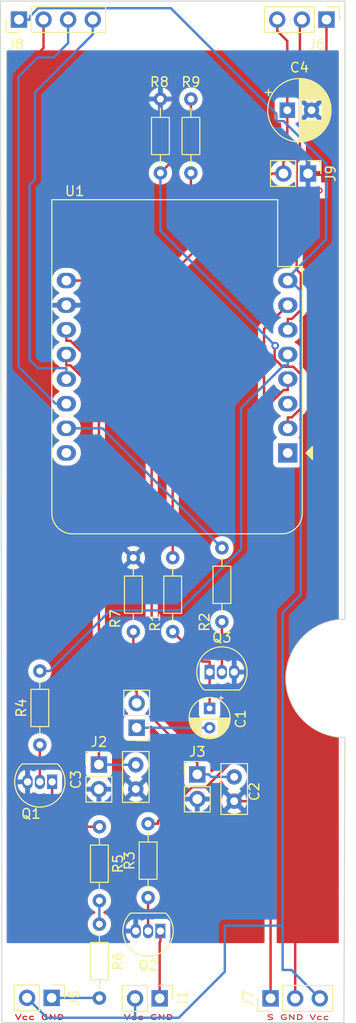
<source format=kicad_pcb>
(kicad_pcb (version 20221018) (generator pcbnew)
  (title_block (comment 4 "AISLER Project ID: RXVASBWQ"))
  (layers (0 "F.Cu" signal) (31 "B.Cu" signal) (34 "B.Paste" user) (35 "F.Paste" user) (36 "B.SilkS" user "B.Silkscreen") (37 "F.SilkS" user "F.Silkscreen") (38 "B.Mask" user) (39 "F.Mask" user) (44 "Edge.Cuts" user))
  (net 0 "")
  (net 1 "Net-(Q3-C)")
  (net 2 "Net-(J4-Pin_1)")
  (net 3 "GND")
  (net 4 "Net-(J3-Pin_1)")
  (net 5 "Net-(J2-Pin_1)")
  (net 6 "Net-(J1-Pin_1)")
  (net 7 "+3.3V")
  (net 8 "Net-(J5-Pin_1)")
  (net 9 "Net-(J6-Pin_2)")
  (net 10 "+5V")
  (net 11 "Net-(J7-Pin_1)")
  (net 12 "Net-(J8-Pin_3)")
  (net 13 "Net-(J8-Pin_4)")
  (net 14 "Net-(Q1-B)")
  (net 15 "Net-(Q2-B)")
  (net 16 "Net-(Q3-B)")
  (net 17 "Net-(U1-RX)")
  (net 18 "Net-(U1-CS{slash}D8)")
  (net 19 "Net-(U1-MISO{slash}D6)")
  (net 21 "Net-(U1-A0)")
  (net 24 "Net-(Q1-C)")
  (net 25 "Net-(R5-Pad2)")
  (net 26 "Net-(J4-Pin_2)")
  (footprint "Resistor_THT:R_Axial_DIN0204_L3.6mm_D1.6mm_P7.62mm_Horizontal" (layer "F.Cu") (at 130.556 114.554 -90)
    (fp_text reference "R7" (at 6.296 1.856 -90) (layer "F.SilkS"))
    (fp_text value "0R")
    (pad "1" thru_hole circle (at 0 0 270) (size 1.4 1.4) (drill 0.7) (layers "*.Cu" "*.Mask") (net 3 "GND"))
    (pad "2" thru_hole oval (at 7.62 0 270) (size 1.4 1.4) (drill 0.7) (layers "*.Cu" "*.Mask") (net 26 "Net-(J4-Pin_2)"))
  )
  (footprint "Package_TO_SOT_THT:TO-92_Inline" (layer "F.Cu") (at 138.43 126.344)
    (fp_text reference "Q3" (at 1.27 -3.56) (layer "F.SilkS"))
    (fp_text value "BC547" hide)
    (pad "1" thru_hole rect (at 0 0) (size 1.05 1.5) (drill 0.75) (layers "*.Cu" "*.Mask") (net 1 "Net-(Q3-C)"))
    (pad "2" thru_hole oval (at 1.27 0) (size 1.05 1.5) (drill 0.75) (layers "*.Cu" "*.Mask") (net 16 "Net-(Q3-B)"))
    (pad "3" thru_hole oval (at 2.54 0) (size 1.05 1.5) (drill 0.75) (layers "*.Cu" "*.Mask") (net 3 "GND"))
  )
  (footprint "Resistor_THT:R_Axial_DIN0204_L3.6mm_D1.6mm_P7.62mm_Horizontal" (layer "F.Cu") (at 134.62 122.174 90)
    (fp_text reference "R1" (at 0.974 -1.82 90) (layer "F.SilkS"))
    (fp_text value "39R")
    (pad "1" thru_hole circle (at 0 0 90) (size 1.4 1.4) (drill 0.7) (layers "*.Cu" "*.Mask") (net 1 "Net-(Q3-C)"))
    (pad "2" thru_hole oval (at 7.62 0 90) (size 1.4 1.4) (drill 0.7) (layers "*.Cu" "*.Mask") (net 10 "+5V"))
  )
  (footprint "Connector_PinHeader_2.54mm:PinHeader_1x02_P2.54mm_Vertical" (layer "F.Cu") (at 130.9 132.09 180)
    (fp_text reference "J4" hide)
    (fp_text value "Speaker")
    (pad "1" thru_hole rect (at 0 0 180) (size 1.7 1.7) (drill 1) (layers "*.Cu" "*.Mask") (net 2 "Net-(J4-Pin_1)"))
    (pad "2" thru_hole oval (at 0 2.54 180) (size 1.7 1.7) (drill 1) (layers "*.Cu" "*.Mask") (net 26 "Net-(J4-Pin_2)"))
  )
  (footprint "Connector_PinHeader_2.54mm:PinHeader_1x04_P2.54mm_Vertical" (layer "F.Cu") (at 118.745 59.055 90)
    (fp_text reference "J8" (at -2.525 -0.335 180) (layer "F.SilkS"))
    (fp_text value "Display")
    (pad "1" thru_hole rect (at 0 0 90) (size 1.7 1.7) (drill 1) (layers "*.Cu" "*.Mask") (net 7 "+3.3V"))
    (pad "2" thru_hole oval (at 0 2.54 90) (size 1.7 1.7) (drill 1) (layers "*.Cu" "*.Mask") (net 3 "GND"))
    (pad "3" thru_hole oval (at 0 5.08 90) (size 1.7 1.7) (drill 1) (layers "*.Cu" "*.Mask") (net 12 "Net-(J8-Pin_3)"))
    (pad "4" thru_hole oval (at 0 7.62 90) (size 1.7 1.7) (drill 1) (layers "*.Cu" "*.Mask") (net 13 "Net-(J8-Pin_4)"))
  )
  (footprint "Capacitor_THT:CP_Radial_D4.0mm_P2.00mm" (layer "F.Cu") (at 138.43 130.0914 -90)
    (fp_text reference "C1" (at 1.09 -3.2 90) (layer "F.SilkS"))
    (fp_text value "C_Polarized_Small")
    (pad "1" thru_hole rect (at 0 0 270) (size 1.2 1.2) (drill 0.6) (layers "*.Cu" "*.Mask") (net 1 "Net-(Q3-C)"))
    (pad "2" thru_hole circle (at 2 0 270) (size 1.2 1.2) (drill 0.6) (layers "*.Cu" "*.Mask") (net 2 "Net-(J4-Pin_1)"))
  )
  (footprint "Capacitor_THT:CP_Radial_D6.3mm_P2.50mm" (layer "F.Cu") (at 146.45 68.4)
    (fp_text reference "C4" (at 1.25 -4.4) (layer "F.SilkS"))
    (fp_text value "100uF optional")
    (pad "1" thru_hole rect (at 0 0) (size 1.6 1.6) (drill 0.8) (layers "*.Cu" "*.Mask") (net 10 "+5V"))
    (pad "2" thru_hole circle (at 2.5 0) (size 1.6 1.6) (drill 0.8) (layers "*.Cu" "*.Mask") (net 3 "GND"))
  )
  (footprint "Connector_PinHeader_2.54mm:PinHeader_1x02_P2.54mm_Vertical" (layer "F.Cu") (at 137.16 136.901)
    (fp_text reference "J3" (at 0 -2.33) (layer "F.SilkS"))
    (fp_text value "Aim_B")
    (pad "1" thru_hole rect (at 0 0) (size 1.7 1.7) (drill 1) (layers "*.Cu" "*.Mask") (net 4 "Net-(J3-Pin_1)"))
    (pad "2" thru_hole oval (at 0 2.54) (size 1.7 1.7) (drill 1) (layers "*.Cu" "*.Mask") (net 3 "GND"))
  )
  (footprint "Connector_PinHeader_2.54mm:PinHeader_1x03_P2.54mm_Vertical" (layer "F.Cu") (at 144.725 160 90)
    (fp_text reference "J7" (at 0 -2.33 90) (layer "F.SilkS"))
    (fp_text value "IR_RCV")
    (pad "1" thru_hole rect (at 0 0 90) (size 1.7 1.7) (drill 1) (layers "*.Cu" "*.Mask") (net 11 "Net-(J7-Pin_1)"))
    (pad "2" thru_hole oval (at 0 2.54 90) (size 1.7 1.7) (drill 1) (layers "*.Cu" "*.Mask") (net 3 "GND"))
    (pad "3" thru_hole oval (at 0 5.08 90) (size 1.7 1.7) (drill 1) (layers "*.Cu" "*.Mask") (net 7 "+3.3V"))
  )
  (footprint "Capacitor_THT:C_Disc_D5.0mm_W2.5mm_P2.50mm" (layer "F.Cu") (at 140.97 139.66 90)
    (fp_text reference "C2" (at 0.99 2.08 90) (layer "F.SilkS"))
    (fp_text value "104nF" hide)
    (pad "1" thru_hole circle (at 0 0 90) (size 1.6 1.6) (drill 0.8) (layers "*.Cu" "*.Mask") (net 3 "GND"))
    (pad "2" thru_hole circle (at 2.5 0 90) (size 1.6 1.6) (drill 0.8) (layers "*.Cu" "*.Mask") (net 4 "Net-(J3-Pin_1)"))
  )
  (footprint "Resistor_THT:R_Axial_DIN0204_L3.6mm_D1.6mm_P7.62mm_Horizontal" (layer "F.Cu") (at 120.904 133.858 90)
    (fp_text reference "R4" (at 3.81 -1.92 90) (layer "F.SilkS"))
    (fp_text value "10K")
    (pad "1" thru_hole circle (at 0 0 90) (size 1.4 1.4) (drill 0.7) (layers "*.Cu" "*.Mask") (net 14 "Net-(Q1-B)"))
    (pad "2" thru_hole oval (at 7.62 0 90) (size 1.4 1.4) (drill 0.7) (layers "*.Cu" "*.Mask") (net 19 "Net-(U1-MISO{slash}D6)"))
  )
  (footprint "Connector_PinHeader_2.54mm:PinHeader_1x02_P2.54mm_Vertical" (layer "F.Cu") (at 148.59 74.93 -90)
    (fp_text reference "J9" (at 0 -2.33 90) (layer "F.SilkS"))
    (fp_text value "Power")
    (pad "1" thru_hole rect (at 0 0 270) (size 1.7 1.7) (drill 1) (layers "*.Cu" "*.Mask") (net 3 "GND"))
    (pad "2" thru_hole oval (at 0 2.54 270) (size 1.7 1.7) (drill 1) (layers "*.Cu" "*.Mask") (net 10 "+5V"))
  )
  (footprint "Resistor_THT:R_Axial_DIN0204_L3.6mm_D1.6mm_P7.62mm_Horizontal" (layer "F.Cu") (at 132.08 149.606 90)
    (fp_text reference "R3" (at 3.81 -1.92 90) (layer "F.SilkS"))
    (fp_text value "10K")
    (pad "1" thru_hole circle (at 0 0 90) (size 1.4 1.4) (drill 0.7) (layers "*.Cu" "*.Mask") (net 15 "Net-(Q2-B)"))
    (pad "2" thru_hole oval (at 7.62 0 90) (size 1.4 1.4) (drill 0.7) (layers "*.Cu" "*.Mask") (net 18 "Net-(U1-CS{slash}D8)"))
  )
  (footprint "Module:WEMOS_D1_mini_light" (layer "F.Cu") (at 146.5 103.75 180)
    (fp_text reference "U1" (at 22 27) (layer "F.SilkS"))
    (fp_text value "WeMos_D1_mini")
    (pad "1" thru_hole rect (at 0 0 180) (size 2 2) (drill 1) (layers "*.Cu" "*.Mask"))
    (pad "2" thru_hole oval (at 0 2.54 180) (size 2 1.6) (drill 1) (layers "*.Cu" "*.Mask") (net 21 "Net-(U1-A0)"))
    (pad "3" thru_hole oval (at 0 5.08 180) (size 2 1.6) (drill 1) (layers "*.Cu" "*.Mask"))
    (pad "4" thru_hole oval (at 0 7.62 180) (size 2 1.6) (drill 1) (layers "*.Cu" "*.Mask") (net 11 "Net-(J7-Pin_1)"))
    (pad "5" thru_hole oval (at 0 10.16 180) (size 2 1.6) (drill 1) (layers "*.Cu" "*.Mask") (net 19 "Net-(U1-MISO{slash}D6)"))
    (pad "6" thru_hole oval (at 0 12.7 180) (size 2 1.6) (drill 1) (layers "*.Cu" "*.Mask") (net 9 "Net-(J6-Pin_2)"))
    (pad "7" thru_hole oval (at 0 15.24 180) (size 2 1.6) (drill 1) (layers "*.Cu" "*.Mask") (net 18 "Net-(U1-CS{slash}D8)"))
    (pad "8" thru_hole oval (at 0 17.78 180) (size 2 1.6) (drill 1) (layers "*.Cu" "*.Mask") (net 7 "+3.3V"))
    (pad "9" thru_hole oval (at 22.86 17.78 180) (size 2 1.6) (drill 1) (layers "*.Cu" "*.Mask") (net 10 "+5V"))
    (pad "10" thru_hole oval (at 22.86 15.24 180) (size 2 1.6) (drill 1) (layers "*.Cu" "*.Mask") (net 3 "GND"))
    (pad "11" thru_hole oval (at 22.86 12.7 180) (size 2 1.6) (drill 1) (layers "*.Cu" "*.Mask") (net 4 "Net-(J3-Pin_1)"))
    (pad "12" thru_hole oval (at 22.86 10.16 180) (size 2 1.6) (drill 1) (layers "*.Cu" "*.Mask") (net 5 "Net-(J2-Pin_1)"))
    (pad "13" thru_hole oval (at 22.86 7.62 180) (size 2 1.6) (drill 1) (layers "*.Cu" "*.Mask") (net 13 "Net-(J8-Pin_4)"))
    (pad "14" thru_hole oval (at 22.86 5.08 180) (size 2 1.6) (drill 1) (layers "*.Cu" "*.Mask") (net 12 "Net-(J8-Pin_3)"))
    (pad "15" thru_hole oval (at 22.86 2.54 180) (size 2 1.6) (drill 1) (layers "*.Cu" "*.Mask") (net 17 "Net-(U1-RX)"))
    (pad "16" thru_hole oval (at 22.86 0 180) (size 2 1.6) (drill 1) (layers "*.Cu" "*.Mask"))
  )
  (footprint "Resistor_THT:R_Axial_DIN0204_L3.6mm_D1.6mm_P7.62mm_Horizontal" (layer "F.Cu") (at 127.05 142.3 -90)
    (fp_text reference "R5" (at 3.81 -1.92 -90) (layer "F.SilkS"))
    (fp_text value "160R")
    (pad "1" thru_hole circle (at 0 0 270) (size 1.4 1.4) (drill 0.7) (layers "*.Cu" "*.Mask") (net 24 "Net-(Q1-C)"))
    (pad "2" thru_hole oval (at 7.62 0 270) (size 1.4 1.4) (drill 0.7) (layers "*.Cu" "*.Mask") (net 25 "Net-(R5-Pad2)"))
  )
  (footprint "Connector_PinHeader_2.54mm:PinHeader_1x02_P2.54mm_Vertical" (layer "F.Cu") (at 127 135.885)
    (fp_text reference "J2" (at 0 -2.33) (layer "F.SilkS"))
    (fp_text value "Shoot_B")
    (pad "1" thru_hole rect (at 0 0) (size 1.7 1.7) (drill 1) (layers "*.Cu" "*.Mask") (net 5 "Net-(J2-Pin_1)"))
    (pad "2" thru_hole oval (at 0 2.54) (size 1.7 1.7) (drill 1) (layers "*.Cu" "*.Mask") (net 3 "GND"))
  )
  (footprint "Capacitor_THT:C_Disc_D5.0mm_W2.5mm_P2.50mm" (layer "F.Cu") (at 130.81 138.41 90)
    (fp_text reference "C3" (at 0.97 -6.19 90) (layer "F.SilkS"))
    (fp_text value "104nF")
    (pad "1" thru_hole circle (at 0 0 90) (size 1.6 1.6) (drill 0.8) (layers "*.Cu" "*.Mask") (net 3 "GND"))
    (pad "2" thru_hole circle (at 2.5 0 90) (size 1.6 1.6) (drill 0.8) (layers "*.Cu" "*.Mask") (net 5 "Net-(J2-Pin_1)"))
  )
  (footprint "Resistor_THT:R_Axial_DIN0204_L3.6mm_D1.6mm_P7.62mm_Horizontal" (layer "F.Cu") (at 133.35 74.87 90)
    (fp_text reference "R8" (at 9.37 -0.1 180) (layer "F.SilkS"))
    (fp_text value "200000R")
    (pad "1" thru_hole circle (at 0 0 90) (size 1.4 1.4) (drill 0.7) (layers "*.Cu" "*.Mask") (net 21 "Net-(U1-A0)"))
    (pad "2" thru_hole oval (at 7.62 0 90) (size 1.4 1.4) (drill 0.7) (layers "*.Cu" "*.Mask") (net 3 "GND"))
  )
  (footprint "Connector_PinHeader_2.54mm:PinHeader_1x02_P2.54mm_Vertical" (layer "F.Cu") (at 122.125 159.95 -90)
    (fp_text reference "J5" (at 0 -2.33 90) (layer "F.SilkS"))
    (fp_text value "Shoot_laser")
    (pad "1" thru_hole rect (at 0 0 270) (size 1.7 1.7) (drill 1) (layers "*.Cu" "*.Mask") (net 8 "Net-(J5-Pin_1)"))
    (pad "2" thru_hole oval (at 0 2.54 270) (size 1.7 1.7) (drill 1) (layers "*.Cu" "*.Mask") (net 7 "+3.3V"))
  )
  (footprint "Connector_PinHeader_2.54mm:PinHeader_1x03_P2.54mm_Vertical" (layer "F.Cu") (at 150.495 59.055 -90)
    (fp_text reference "J6" (at 2.555 0.985 -180) (layer "F.SilkS"))
    (fp_text value "Neopixel")
    (pad "1" thru_hole rect (at 0 0 270) (size 1.7 1.7) (drill 1) (layers "*.Cu" "*.Mask") (net 3 "GND"))
    (pad "2" thru_hole oval (at 0 2.54 270) (size 1.7 1.7) (drill 1) (layers "*.Cu" "*.Mask") (net 9 "Net-(J6-Pin_2)"))
    (pad "3" thru_hole oval (at 0 5.08 270) (size 1.7 1.7) (drill 1) (layers "*.Cu" "*.Mask") (net 10 "+5V"))
  )
  (footprint "Resistor_THT:R_Axial_DIN0204_L3.6mm_D1.6mm_P7.62mm_Horizontal" (layer "F.Cu") (at 127.05 152.35 -90)
    (fp_text reference "R6" (at 3.81 -1.92 -90) (layer "F.SilkS"))
    (fp_text value "6.2R")
    (pad "1" thru_hole circle (at 0 0 270) (size 1.4 1.4) (drill 0.7) (layers "*.Cu" "*.Mask") (net 25 "Net-(R5-Pad2)"))
    (pad "2" thru_hole oval (at 7.62 0 270) (size 1.4 1.4) (drill 0.7) (layers "*.Cu" "*.Mask") (net 8 "Net-(J5-Pin_1)"))
  )
  (footprint "Connector_PinHeader_2.54mm:PinHeader_1x02_P2.54mm_Vertical" (layer "F.Cu") (at 133.275 160 -90)
    (fp_text reference "J1" (at 0 -2.33 90) (layer "F.SilkS"))
    (fp_text value "Aim_Laser")
    (pad "1" thru_hole rect (at 0 0 270) (size 1.7 1.7) (drill 1) (layers "*.Cu" "*.Mask") (net 6 "Net-(J1-Pin_1)"))
    (pad "2" thru_hole oval (at 0 2.54 270) (size 1.7 1.7) (drill 1) (layers "*.Cu" "*.Mask") (net 7 "+3.3V"))
  )
  (footprint "Package_TO_SOT_THT:TO-92_Inline" (layer "F.Cu") (at 133.35 153.056 180)
    (fp_text reference "Q2" (at 1.27 -3.56) (layer "F.SilkS"))
    (fp_text value "BC547" hide)
    (pad "1" thru_hole rect (at 0 0 180) (size 1.05 1.5) (drill 0.75) (layers "*.Cu" "*.Mask") (net 6 "Net-(J1-Pin_1)"))
    (pad "2" thru_hole oval (at 1.27 0 180) (size 1.05 1.5) (drill 0.75) (layers "*.Cu" "*.Mask") (net 15 "Net-(Q2-B)"))
    (pad "3" thru_hole oval (at 2.54 0 180) (size 1.05 1.5) (drill 0.75) (layers "*.Cu" "*.Mask") (net 3 "GND"))
  )
  (footprint "Resistor_THT:R_Axial_DIN0204_L3.6mm_D1.6mm_P7.62mm_Horizontal" (layer "F.Cu") (at 139.7 113.538 -90)
    (fp_text reference "R2" (at 7.662 1.8 -90) (layer "F.SilkS"))
    (fp_text value "1K")
    (pad "1" thru_hole circle (at 0 0 270) (size 1.4 1.4) (drill 0.7) (layers "*.Cu" "*.Mask") (net 17 "Net-(U1-RX)"))
    (pad "2" thru_hole oval (at 7.62 0 270) (size 1.4 1.4) (drill 0.7) (layers "*.Cu" "*.Mask") (net 16 "Net-(Q3-B)"))
  )
  (footprint "Package_TO_SOT_THT:TO-92_Inline" (layer "F.Cu") (at 122.174 137.668 180)
    (fp_text reference "Q1" (at 2.1924 -3.2942) (layer "F.SilkS"))
    (fp_text value "BC547" hide)
    (pad "1" thru_hole rect (at 0 0 180) (size 1.05 1.5) (drill 0.75) (layers "*.Cu" "*.Mask") (net 24 "Net-(Q1-C)"))
    (pad "2" thru_hole oval (at 1.27 0 180) (size 1.05 1.5) (drill 0.75) (layers "*.Cu" "*.Mask") (net 14 "Net-(Q1-B)"))
    (pad "3" thru_hole oval (at 2.54 0 180) (size 1.05 1.5) (drill 0.75) (layers "*.Cu" "*.Mask") (net 3 "GND"))
  )
  (footprint "Resistor_THT:R_Axial_DIN0204_L3.6mm_D1.6mm_P7.62mm_Horizontal" (layer "F.Cu") (at 136.5 74.87 90)
    (fp_text reference "R9" (at 9.37 0 180) (layer "F.SilkS"))
    (fp_text value "100000R")
    (pad "1" thru_hole circle (at 0 0 90) (size 1.4 1.4) (drill 0.7) (layers "*.Cu" "*.Mask") (net 10 "+5V"))
    (pad "2" thru_hole oval (at 7.62 0 90) (size 1.4 1.4) (drill 0.7) (layers "*.Cu" "*.Mask") (net 21 "Net-(U1-A0)"))
  )
  (gr_line (start 152.4 133.096) (end 152.2984 162.5) (stroke (width 0.1)) (layer "Edge.Cuts"))
  (gr_line (start 116.84 57.15) (end 116.9924 162.5) (stroke (width 0.1)) (layer "Edge.Cuts"))
  (gr_line (start 152.4 57.15) (end 152.4 120.904) (stroke (width 0.1)) (layer "Edge.Cuts"))
  (gr_arc (start 152.4 133.096) (mid 146.304 127) (end 152.4 120.904) (stroke (width 0.1)) (layer "Edge.Cuts"))
  (gr_line (start 152.4 57.15) (end 116.84 57.15) (stroke (width 0.1)) (layer "Edge.Cuts"))
  (gr_line (start 116.9924 162.5) (end 152.2984 162.5) (stroke (width 0.1)) (layer "Edge.Cuts"))
  (gr_text "Vcc GND" (at 118.25 162.25) (layer "F.Cu") (effects (font (size 0.5 0.8) (thickness 0.125) bold) (justify left bottom)))
  (gr_text "5V  GND" (at 145 77) (layer "F.Cu") (effects (font (size 0.5 0.8) (thickness 0.125) bold) (justify left bottom)))
  (gr_text "S GND Vcc" (at 144.25 162.25) (layer "F.Cu") (effects (font (size 0.5 0.8) (thickness 0.1) bold) (justify left bottom)))
  (gr_text "Vcc GND" (at 129.5 162.25) (layer "F.Cu") (effects (font (size 0.5 0.8) (thickness 0.125) bold) (justify left bottom)))
  (segment (start 138.43 130.091) (end 138.43 130.0914) (width 0.25) (layer "F.Cu") (net 1))
  (segment (start 138.43 125.267) (end 138.43 126.344) (width 0.25) (layer "F.Cu") (net 1))
  (segment (start 138.43 130.091) (end 138.43 126.344) (width 0.25) (layer "F.Cu") (net 1))
  (segment (start 137.713 125.267) (end 138.43 125.267) (width 0.25) (layer "F.Cu") (net 1))
  (segment (start 134.62 122.174) (end 137.713 125.267) (width 0.25) (layer "F.Cu") (net 1))
  (segment (start 138.43 132.091) (end 138.4296 132.091) (width 0.25) (layer "B.Cu") (net 2))
  (segment (start 138.4296 132.091) (end 138.43 132.0914) (width 0.25) (layer "B.Cu") (net 2))
  (segment (start 132.077 132.09) (end 130.9 132.09) (width 0.25) (layer "B.Cu") (net 2))
  (segment (start 138.4296 132.091) (end 132.078 132.091) (width 0.25) (layer "B.Cu") (net 2))
  (segment (start 132.078 132.091) (end 132.077 132.09) (width 0.25) (layer "B.Cu") (net 2))
  (segment (start 121.285 61.9752) (end 121.285 59.055) (width 0.25) (layer "F.Cu") (net 3))
  (segment (start 142.99 139.66) (end 140.97 139.66) (width 0.25) (layer "F.Cu") (net 3))
  (segment (start 147.265 153.515) (end 147.25 153.5) (width 0.25) (layer "F.Cu") (net 3))
  (segment (start 143 139.65) (end 142.99 139.66) (width 0.25) (layer "F.Cu") (net 3))
  (segment (start 147.265 160) (end 147.265 153.515) (width 0.25) (layer "F.Cu") (net 3))
  (segment (start 150.495 64.4482) (end 150.495 59.055) (width 0.25) (layer "F.Cu") (net 3))
  (segment (start 120.413 62.8475) (end 121.285 61.9752) (width 0.25) (layer "F.Cu") (net 3))
  (segment (start 124.063 92.1769) (end 132.45 100.564) (width 0.25) (layer "F.Cu") (net 4))
  (segment (start 137.16 135.724) (end 137.16 136.901) (width 0.25) (layer "F.Cu") (net 4))
  (segment (start 132.45 100.564) (end 132.45 131.014) (width 0.25) (layer "F.Cu") (net 4))
  (segment (start 132.45 131.014) (end 137.16 135.724) (width 0.25) (layer "F.Cu") (net 4))
  (segment (start 123.64 91.05) (end 123.64 92.1769) (width 0.25) (layer "F.Cu") (net 4))
  (segment (start 123.64 92.1769) (end 124.063 92.1769) (width 0.25) (layer "F.Cu") (net 4))
  (segment (start 140.97 137.16) (end 138.596 137.16) (width 0.25) (layer "B.Cu") (net 4))
  (segment (start 138.337 136.901) (end 137.16 136.901) (width 0.25) (layer "B.Cu") (net 4))
  (segment (start 138.596 137.16) (end 138.337 136.901) (width 0.25) (layer "B.Cu") (net 4))
  (segment (start 127 97.6543) (end 127 135.885) (width 0.25) (layer "F.Cu") (net 5))
  (segment (start 124.063 94.7169) (end 127 97.6543) (width 0.25) (layer "F.Cu") (net 5))
  (segment (start 123.64 93.59) (end 123.64 94.7169) (width 0.25) (layer "F.Cu") (net 5))
  (segment (start 123.64 94.7169) (end 124.063 94.7169) (width 0.25) (layer "F.Cu") (net 5))
  (segment (start 127 135.885) (end 128.177 135.885) (width 0.25) (layer "B.Cu") (net 5))
  (segment (start 128.177 135.885) (end 128.202 135.91) (width 0.25) (layer "B.Cu") (net 5))
  (segment (start 128.202 135.91) (end 130.81 135.91) (width 0.25) (layer "B.Cu") (net 5))
  (segment (start 133.275 154.208) (end 133.35 154.133) (width 0.25) (layer "F.Cu") (net 6))
  (segment (start 133.35 154.133) (end 133.35 153.056) (width 0.25) (layer "F.Cu") (net 6))
  (segment (start 133.275 160) (end 133.275 154.208) (width 0.25) (layer "F.Cu") (net 6))
  (segment (start 119.922 58.6871) (end 119.922 59.055) (width 0.25) (layer "B.Cu") (net 7))
  (segment (start 146.075 69.525) (end 145.325 69.525) (width 0.25) (layer "B.Cu") (net 7))
  (segment (start 145.325 69.525) (end 145.325 68.775) (width 0.25) (layer "B.Cu") (net 7))
  (segment (start 150.45 73.9) (end 146.075 69.525) (width 0.25) (layer "B.Cu") (net 7))
  (segment (start 134.428 57.8781) (end 120.731 57.8781) (width 0.25) (layer "B.Cu") (net 7))
  (segment (start 145.971 157.071) (end 146.876 157.071) (width 0.25) (layer "B.Cu") (net 7))
  (segment (start 121.635 162) (end 119.585 159.95) (width 0.25) (layer "B.Cu") (net 7))
  (segment (start 145.971 152.5) (end 140 152.5) (width 0.25) (layer "B.Cu") (net 7))
  (segment (start 146.5 85.6882) (end 150.45 81.7382) (width 0.25) (layer "B.Cu") (net 7))
  (segment (start 145.971 120.23) (end 145.971 152.5) (width 0.25) (layer "B.Cu") (net 7))
  (segment (start 146.5 85.97) (end 146.5 85.6882) (width 0.25) (layer "B.Cu") (net 7))
  (segment (start 140 157.25) (end 135.25 162) (width 0.25) (layer "B.Cu") (net 7))
  (segment (start 120.731 57.8781) (end 119.922 58.6871) (width 0.25) (layer "B.Cu") (net 7))
  (segment (start 145.325 68.775) (end 134.428 57.8781) (width 0.25) (layer "B.Cu") (net 7))
  (segment (start 147.834 118.368) (end 145.971 120.23) (width 0.25) (layer "B.Cu") (net 7))
  (segment (start 130.735 161.985) (end 130.75 162) (width 0.25) (layer "B.Cu") (net 7))
  (segment (start 130.75 162) (end 121.635 162) (width 0.25) (layer "B.Cu") (net 7))
  (segment (start 130.735 160) (end 130.735 161.985) (width 0.25) (layer "B.Cu") (net 7))
  (segment (start 135.25 162) (end 130.75 162) (width 0.25) (layer "B.Cu") (net 7))
  (segment (start 147.834 87.0217) (end 147.834 118.368) (width 0.25) (layer "B.Cu") (net 7))
  (segment (start 119.922 59.055) (end 118.745 59.055) (width 0.25) (layer "B.Cu") (net 7))
  (segment (start 140 152.5) (end 140 157.25) (width 0.25) (layer "B.Cu") (net 7))
  (segment (start 146.5 85.6882) (end 147.834 87.0217) (width 0.25) (layer "B.Cu") (net 7))
  (segment (start 146.876 157.071) (end 149.805 160) (width 0.25) (layer "B.Cu") (net 7))
  (segment (start 150.45 81.7382) (end 150.45 73.9) (width 0.25) (layer "B.Cu") (net 7))
  (segment (start 145.971 152.5) (end 145.971 157.071) (width 0.25) (layer "B.Cu") (net 7))
  (segment (start 122.125 159.95) (end 127.03 159.95) (width 0.25) (layer "B.Cu") (net 8))
  (segment (start 127.03 159.95) (end 127.05 159.97) (width 0.25) (layer "B.Cu") (net 8))
  (segment (start 146.5 89.9231) (end 146.923 89.9231) (width 0.25) (layer "F.Cu") (net 9))
  (segment (start 147.415 73.755) (end 147.75 73.42) (width 0.25) (layer "F.Cu") (net 9))
  (segment (start 147.844 89.0021) (end 147.844 85.2736) (width 0.25) (layer "F.Cu") (net 9))
  (segment (start 146.923 89.9231) (end 147.844 89.0021) (width 0.25) (layer "F.Cu") (net 9))
  (segment (start 147.75 59.26) (end 147.955 59.055) (width 0.25) (layer "F.Cu") (net 9))
  (segment (start 147.844 85.2736) (end 147.415 84.845) (width 0.25) (layer "F.Cu") (net 9))
  (segment (start 147.75 73.42) (end 147.75 59.26) (width 0.25) (layer "F.Cu") (net 9))
  (segment (start 147.415 84.845) (end 147.415 73.755) (width 0.25) (layer "F.Cu") (net 9))
  (segment (start 146.5 91.05) (end 146.5 89.9231) (width 0.25) (layer "F.Cu") (net 9))
  (segment (start 134.62 86.7569) (end 134.62 114.554) (width 0.25) (layer "F.Cu") (net 10))
  (segment (start 144.873 74.93) (end 146.05 74.93) (width 0.25) (layer "F.Cu") (net 10))
  (segment (start 145.415 60.2319) (end 146.45 61.2669) (width 0.25) (layer "F.Cu") (net 10))
  (segment (start 133.833 85.97) (end 139.8031 79.9999) (width 0.25) (layer "F.Cu") (net 10))
  (segment (start 133.833 85.97) (end 134.62 86.7569) (width 0.25) (layer "F.Cu") (net 10))
  (segment (start 146.05 74.93) (end 146.05 73.7531) (width 0.25) (layer "F.Cu") (net 10))
  (segment (start 139.8031 79.9999) (end 144.873 74.93) (width 0.25) (layer "F.Cu") (net 10))
  (segment (start 146.45 61.2669) (end 146.45 68.4) (width 0.25) (layer "F.Cu") (net 10))
  (segment (start 146.45 73.3531) (end 146.45 68.4) (width 0.25) (layer "F.Cu") (net 10))
  (segment (start 146.05 73.7531) (end 146.45 73.3531) (width 0.25) (layer "F.Cu") (net 10))
  (segment (start 145.415 59.055) (end 145.415 60.2319) (width 0.25) (layer "F.Cu") (net 10))
  (segment (start 136.5 76.6968) (end 136.5 74.87) (width 0.25) (layer "F.Cu") (net 10))
  (segment (start 123.64 85.97) (end 133.833 85.97) (width 0.25) (layer "F.Cu") (net 10))
  (segment (start 139.8031 79.9999) (end 136.5 76.6968) (width 0.25) (layer "F.Cu") (net 10))
  (segment (start 146.5 96.13) (end 146.5 97.2569) (width 0.25) (layer "F.Cu") (net 11))
  (segment (start 146.077 97.2569) (end 144.725 98.6093) (width 0.25) (layer "F.Cu") (net 11))
  (segment (start 144.725 98.6093) (end 144.725 160) (width 0.25) (layer "F.Cu") (net 11))
  (segment (start 146.5 97.2569) (end 146.077 97.2569) (width 0.25) (layer "F.Cu") (net 11))
  (segment (start 120.7 62.95) (end 122.35 62.95) (width 0.25) (layer "B.Cu") (net 12))
  (segment (start 122.52 98.67) (end 118.7 94.85) (width 0.25) (layer "B.Cu") (net 12))
  (segment (start 118.7 64.95) (end 120.7 62.95) (width 0.25) (layer "B.Cu") (net 12))
  (segment (start 122.35 62.95) (end 123.825 61.475) (width 0.25) (layer "B.Cu") (net 12))
  (segment (start 123.825 61.475) (end 123.825 59.055) (width 0.25) (layer "B.Cu") (net 12))
  (segment (start 123.64 98.67) (end 122.52 98.67) (width 0.25) (layer "B.Cu") (net 12))
  (segment (start 118.7 94.85) (end 118.7 64.95) (width 0.25) (layer "B.Cu") (net 12))
  (segment (start 119.85 76.1) (end 119.85 94.15) (width 0.25) (layer "B.Cu") (net 13))
  (segment (start 120.4 75.55) (end 119.85 76.1) (width 0.25) (layer "B.Cu") (net 13))
  (segment (start 126.365 60.585) (end 120.4 66.55) (width 0.25) (layer "B.Cu") (net 13))
  (segment (start 126.365 59.055) (end 126.365 60.585) (width 0.25) (layer "B.Cu") (net 13))
  (segment (start 123.64 95.0031) (end 123.64 96.13) (width 0.25) (layer "B.Cu") (net 13))
  (segment (start 120.4 66.55) (end 120.4 75.55) (width 0.25) (layer "B.Cu") (net 13))
  (segment (start 119.85 94.15) (end 120.703 95.0031) (width 0.25) (layer "B.Cu") (net 13))
  (segment (start 120.703 95.0031) (end 123.64 95.0031) (width 0.25) (layer "B.Cu") (net 13))
  (segment (start 120.904 137.668) (end 120.904 133.858) (width 0.25) (layer "F.Cu") (net 14))
  (segment (start 132.08 153.056) (end 132.08 149.606) (width 0.25) (layer "F.Cu") (net 15))
  (segment (start 139.7 126.344) (end 139.7 121.158) (width 0.25) (layer "F.Cu") (net 16))
  (segment (start 123.64 101.21) (end 127.372 101.21) (width 0.25) (layer "B.Cu") (net 17))
  (segment (start 127.372 101.21) (end 139.7 113.538) (width 0.25) (layer "B.Cu") (net 17))
  (segment (start 144.051 132.229) (end 144.051 90.9593) (width 0.25) (layer "F.Cu") (net 18))
  (segment (start 136.627 138.21) (end 138.07 138.21) (width 0.25) (layer "F.Cu") (net 18))
  (segment (start 138.07 138.21) (end 144.051 132.229) (width 0.25) (layer "F.Cu") (net 18))
  (segment (start 133.107 141.729) (end 136.627 138.21) (width 0.25) (layer "F.Cu") (net 18))
  (segment (start 144.051 90.9593) (end 146.5 88.51) (width 0.25) (layer "F.Cu") (net 18))
  (segment (start 132.08 141.986) (end 133.107 141.986) (width 0.25) (layer "F.Cu") (net 18))
  (segment (start 133.107 141.986) (end 133.107 141.729) (width 0.25) (layer "F.Cu") (net 18))
  (segment (start 146.5 93.59) (end 146.5 94.7169) (width 0.25) (layer "B.Cu") (net 19))
  (segment (start 121.931 126.238) (end 120.904 126.238) (width 0.25) (layer "B.Cu") (net 19))
  (segment (start 146.077 94.7169) (end 141.684 99.1106) (width 0.25) (layer "B.Cu") (net 19))
  (segment (start 141.684 99.1106) (end 141.684 113.662) (width 0.25) (layer "B.Cu") (net 19))
  (segment (start 128.178 119.991) (end 121.931 126.238) (width 0.25) (layer "B.Cu") (net 19))
  (segment (start 141.684 113.662) (end 135.355 119.991) (width 0.25) (layer "B.Cu") (net 19))
  (segment (start 146.5 94.7169) (end 146.077 94.7169) (width 0.25) (layer "B.Cu") (net 19))
  (segment (start 135.355 119.991) (end 128.178 119.991) (width 0.25) (layer "B.Cu") (net 19))
  (segment (start 145.954 94.8599) (end 147.0706 94.8599) (width 0.25) (layer "F.Cu") (net 21))
  (segment (start 146.5 101.21) (end 146.5 100.0831) (width 0.25) (layer "F.Cu") (net 21))
  (segment (start 133.35 74.87) (end 136.5 71.72) (width 0.25) (layer "F.Cu") (net 21))
  (segment (start 146.9169 100.0831) (end 146.5 100.0831) (width 0.25) (layer "F.Cu") (net 21))
  (segment (start 145.1476 92.742) (end 145.1476 94.0535) (width 0.25) (layer "F.Cu") (net 21))
  (segment (start 147.0706 94.8599) (end 147.8269 95.6162) (width 0.25) (layer "F.Cu") (net 21))
  (segment (start 145.2026 92.687) (end 145.1476 92.742) (width 0.25) (layer "F.Cu") (net 21))
  (segment (start 147.8269 95.6162) (end 147.8269 99.1731) (width 0.25) (layer "F.Cu") (net 21))
  (segment (start 145.1476 94.0535) (end 145.954 94.8599) (width 0.25) (layer "F.Cu") (net 21))
  (segment (start 147.8269 99.1731) (end 146.9169 100.0831) (width 0.25) (layer "F.Cu") (net 21))
  (segment (start 136.5 71.72) (end 136.5 67.25) (width 0.25) (layer "F.Cu") (net 21))
  (via (at 145.2026 92.687) (size 0.8) (drill 0.4) (layers "F.Cu" "B.Cu") (net 21))
  (segment (start 133.35 80.8344) (end 145.2026 92.687) (width 0.25) (layer "B.Cu") (net 21))
  (segment (start 133.35 74.87) (end 133.35 80.8344) (width 0.25) (layer "B.Cu") (net 21))
  (segment (start 122.174 142.138) (end 122.174 137.668) (width 0.25) (layer "F.Cu") (net 24))
  (segment (start 127.05 142.3) (end 122.336 142.3) (width 0.25) (layer "F.Cu") (net 24))
  (segment (start 122.336 142.3) (end 122.174 142.138) (width 0.25) (layer "F.Cu") (net 24))
  (segment (start 127.05 149.92) (end 127.05 152.35) (width 0.25) (layer "B.Cu") (net 25))
  (segment (start 130.9 128.373) (end 130.556 128.029) (width 0.25) (layer "F.Cu") (net 26))
  (segment (start 130.556 128.029) (end 130.556 122.174) (width 0.25) (layer "F.Cu") (net 26))
  (segment (start 130.9 129.55) (end 130.9 128.373) (width 0.25) (layer "F.Cu") (net 26))
  (zone (net 3) (net_name "GND") (layer "F.Cu") (priority 1) (connect_pads (clearance 0.5)) (min_thickness 0.25) (fill yes (thermal_gap 0.5) (thermal_bridge_width 0.5))
    (polygon (pts (xy 117.475 62.23) (xy 151.765 62.23) (xy 151.765 154.305) (xy 117.475 154.305)))
  )
  (zone (net 3) (net_name "GND") (layer "B.Cu") (connect_pads (clearance 0.5)) (min_thickness 0.25) (fill yes (thermal_gap 0.5) (thermal_bridge_width 0.5))
    (polygon (pts (xy 151.765 62.23) (xy 117.475 62.23) (xy 117.475 154.305) (xy 151.765 154.305)))
  )
)
</source>
